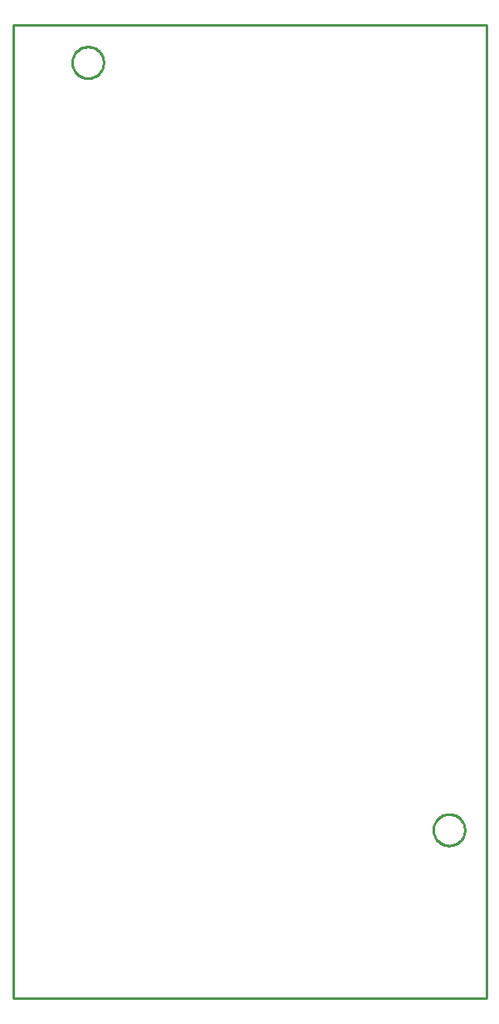
<source format=gko>
G04 EAGLE Gerber RS-274X export*
G75*
%MOMM*%
%FSLAX34Y34*%
%LPD*%
%INBoard Outline*%
%IPPOS*%
%AMOC8*
5,1,8,0,0,1.08239X$1,22.5*%
G01*
%ADD10C,0.000000*%
%ADD11C,0.254000*%


D10*
X0Y0D02*
X482600Y0D01*
X482600Y990600D01*
X0Y990600D01*
X0Y0D01*
X428498Y171450D02*
X428503Y171843D01*
X428517Y172235D01*
X428541Y172627D01*
X428575Y173018D01*
X428618Y173409D01*
X428671Y173798D01*
X428734Y174186D01*
X428805Y174572D01*
X428887Y174956D01*
X428978Y175338D01*
X429078Y175718D01*
X429187Y176095D01*
X429306Y176470D01*
X429433Y176841D01*
X429570Y177209D01*
X429716Y177574D01*
X429871Y177935D01*
X430034Y178292D01*
X430207Y178645D01*
X430387Y178993D01*
X430577Y179337D01*
X430775Y179677D01*
X430981Y180011D01*
X431195Y180340D01*
X431417Y180664D01*
X431647Y180982D01*
X431885Y181295D01*
X432130Y181602D01*
X432383Y181902D01*
X432643Y182196D01*
X432911Y182484D01*
X433185Y182765D01*
X433466Y183039D01*
X433754Y183307D01*
X434048Y183567D01*
X434348Y183820D01*
X434655Y184065D01*
X434968Y184303D01*
X435286Y184533D01*
X435610Y184755D01*
X435939Y184969D01*
X436273Y185175D01*
X436613Y185373D01*
X436957Y185563D01*
X437305Y185743D01*
X437658Y185916D01*
X438015Y186079D01*
X438376Y186234D01*
X438741Y186380D01*
X439109Y186517D01*
X439480Y186644D01*
X439855Y186763D01*
X440232Y186872D01*
X440612Y186972D01*
X440994Y187063D01*
X441378Y187145D01*
X441764Y187216D01*
X442152Y187279D01*
X442541Y187332D01*
X442932Y187375D01*
X443323Y187409D01*
X443715Y187433D01*
X444107Y187447D01*
X444500Y187452D01*
X444893Y187447D01*
X445285Y187433D01*
X445677Y187409D01*
X446068Y187375D01*
X446459Y187332D01*
X446848Y187279D01*
X447236Y187216D01*
X447622Y187145D01*
X448006Y187063D01*
X448388Y186972D01*
X448768Y186872D01*
X449145Y186763D01*
X449520Y186644D01*
X449891Y186517D01*
X450259Y186380D01*
X450624Y186234D01*
X450985Y186079D01*
X451342Y185916D01*
X451695Y185743D01*
X452043Y185563D01*
X452387Y185373D01*
X452727Y185175D01*
X453061Y184969D01*
X453390Y184755D01*
X453714Y184533D01*
X454032Y184303D01*
X454345Y184065D01*
X454652Y183820D01*
X454952Y183567D01*
X455246Y183307D01*
X455534Y183039D01*
X455815Y182765D01*
X456089Y182484D01*
X456357Y182196D01*
X456617Y181902D01*
X456870Y181602D01*
X457115Y181295D01*
X457353Y180982D01*
X457583Y180664D01*
X457805Y180340D01*
X458019Y180011D01*
X458225Y179677D01*
X458423Y179337D01*
X458613Y178993D01*
X458793Y178645D01*
X458966Y178292D01*
X459129Y177935D01*
X459284Y177574D01*
X459430Y177209D01*
X459567Y176841D01*
X459694Y176470D01*
X459813Y176095D01*
X459922Y175718D01*
X460022Y175338D01*
X460113Y174956D01*
X460195Y174572D01*
X460266Y174186D01*
X460329Y173798D01*
X460382Y173409D01*
X460425Y173018D01*
X460459Y172627D01*
X460483Y172235D01*
X460497Y171843D01*
X460502Y171450D01*
X460497Y171057D01*
X460483Y170665D01*
X460459Y170273D01*
X460425Y169882D01*
X460382Y169491D01*
X460329Y169102D01*
X460266Y168714D01*
X460195Y168328D01*
X460113Y167944D01*
X460022Y167562D01*
X459922Y167182D01*
X459813Y166805D01*
X459694Y166430D01*
X459567Y166059D01*
X459430Y165691D01*
X459284Y165326D01*
X459129Y164965D01*
X458966Y164608D01*
X458793Y164255D01*
X458613Y163907D01*
X458423Y163563D01*
X458225Y163223D01*
X458019Y162889D01*
X457805Y162560D01*
X457583Y162236D01*
X457353Y161918D01*
X457115Y161605D01*
X456870Y161298D01*
X456617Y160998D01*
X456357Y160704D01*
X456089Y160416D01*
X455815Y160135D01*
X455534Y159861D01*
X455246Y159593D01*
X454952Y159333D01*
X454652Y159080D01*
X454345Y158835D01*
X454032Y158597D01*
X453714Y158367D01*
X453390Y158145D01*
X453061Y157931D01*
X452727Y157725D01*
X452387Y157527D01*
X452043Y157337D01*
X451695Y157157D01*
X451342Y156984D01*
X450985Y156821D01*
X450624Y156666D01*
X450259Y156520D01*
X449891Y156383D01*
X449520Y156256D01*
X449145Y156137D01*
X448768Y156028D01*
X448388Y155928D01*
X448006Y155837D01*
X447622Y155755D01*
X447236Y155684D01*
X446848Y155621D01*
X446459Y155568D01*
X446068Y155525D01*
X445677Y155491D01*
X445285Y155467D01*
X444893Y155453D01*
X444500Y155448D01*
X444107Y155453D01*
X443715Y155467D01*
X443323Y155491D01*
X442932Y155525D01*
X442541Y155568D01*
X442152Y155621D01*
X441764Y155684D01*
X441378Y155755D01*
X440994Y155837D01*
X440612Y155928D01*
X440232Y156028D01*
X439855Y156137D01*
X439480Y156256D01*
X439109Y156383D01*
X438741Y156520D01*
X438376Y156666D01*
X438015Y156821D01*
X437658Y156984D01*
X437305Y157157D01*
X436957Y157337D01*
X436613Y157527D01*
X436273Y157725D01*
X435939Y157931D01*
X435610Y158145D01*
X435286Y158367D01*
X434968Y158597D01*
X434655Y158835D01*
X434348Y159080D01*
X434048Y159333D01*
X433754Y159593D01*
X433466Y159861D01*
X433185Y160135D01*
X432911Y160416D01*
X432643Y160704D01*
X432383Y160998D01*
X432130Y161298D01*
X431885Y161605D01*
X431647Y161918D01*
X431417Y162236D01*
X431195Y162560D01*
X430981Y162889D01*
X430775Y163223D01*
X430577Y163563D01*
X430387Y163907D01*
X430207Y164255D01*
X430034Y164608D01*
X429871Y164965D01*
X429716Y165326D01*
X429570Y165691D01*
X429433Y166059D01*
X429306Y166430D01*
X429187Y166805D01*
X429078Y167182D01*
X428978Y167562D01*
X428887Y167944D01*
X428805Y168328D01*
X428734Y168714D01*
X428671Y169102D01*
X428618Y169491D01*
X428575Y169882D01*
X428541Y170273D01*
X428517Y170665D01*
X428503Y171057D01*
X428498Y171450D01*
X60198Y952500D02*
X60203Y952893D01*
X60217Y953285D01*
X60241Y953677D01*
X60275Y954068D01*
X60318Y954459D01*
X60371Y954848D01*
X60434Y955236D01*
X60505Y955622D01*
X60587Y956006D01*
X60678Y956388D01*
X60778Y956768D01*
X60887Y957145D01*
X61006Y957520D01*
X61133Y957891D01*
X61270Y958259D01*
X61416Y958624D01*
X61571Y958985D01*
X61734Y959342D01*
X61907Y959695D01*
X62087Y960043D01*
X62277Y960387D01*
X62475Y960727D01*
X62681Y961061D01*
X62895Y961390D01*
X63117Y961714D01*
X63347Y962032D01*
X63585Y962345D01*
X63830Y962652D01*
X64083Y962952D01*
X64343Y963246D01*
X64611Y963534D01*
X64885Y963815D01*
X65166Y964089D01*
X65454Y964357D01*
X65748Y964617D01*
X66048Y964870D01*
X66355Y965115D01*
X66668Y965353D01*
X66986Y965583D01*
X67310Y965805D01*
X67639Y966019D01*
X67973Y966225D01*
X68313Y966423D01*
X68657Y966613D01*
X69005Y966793D01*
X69358Y966966D01*
X69715Y967129D01*
X70076Y967284D01*
X70441Y967430D01*
X70809Y967567D01*
X71180Y967694D01*
X71555Y967813D01*
X71932Y967922D01*
X72312Y968022D01*
X72694Y968113D01*
X73078Y968195D01*
X73464Y968266D01*
X73852Y968329D01*
X74241Y968382D01*
X74632Y968425D01*
X75023Y968459D01*
X75415Y968483D01*
X75807Y968497D01*
X76200Y968502D01*
X76593Y968497D01*
X76985Y968483D01*
X77377Y968459D01*
X77768Y968425D01*
X78159Y968382D01*
X78548Y968329D01*
X78936Y968266D01*
X79322Y968195D01*
X79706Y968113D01*
X80088Y968022D01*
X80468Y967922D01*
X80845Y967813D01*
X81220Y967694D01*
X81591Y967567D01*
X81959Y967430D01*
X82324Y967284D01*
X82685Y967129D01*
X83042Y966966D01*
X83395Y966793D01*
X83743Y966613D01*
X84087Y966423D01*
X84427Y966225D01*
X84761Y966019D01*
X85090Y965805D01*
X85414Y965583D01*
X85732Y965353D01*
X86045Y965115D01*
X86352Y964870D01*
X86652Y964617D01*
X86946Y964357D01*
X87234Y964089D01*
X87515Y963815D01*
X87789Y963534D01*
X88057Y963246D01*
X88317Y962952D01*
X88570Y962652D01*
X88815Y962345D01*
X89053Y962032D01*
X89283Y961714D01*
X89505Y961390D01*
X89719Y961061D01*
X89925Y960727D01*
X90123Y960387D01*
X90313Y960043D01*
X90493Y959695D01*
X90666Y959342D01*
X90829Y958985D01*
X90984Y958624D01*
X91130Y958259D01*
X91267Y957891D01*
X91394Y957520D01*
X91513Y957145D01*
X91622Y956768D01*
X91722Y956388D01*
X91813Y956006D01*
X91895Y955622D01*
X91966Y955236D01*
X92029Y954848D01*
X92082Y954459D01*
X92125Y954068D01*
X92159Y953677D01*
X92183Y953285D01*
X92197Y952893D01*
X92202Y952500D01*
X92197Y952107D01*
X92183Y951715D01*
X92159Y951323D01*
X92125Y950932D01*
X92082Y950541D01*
X92029Y950152D01*
X91966Y949764D01*
X91895Y949378D01*
X91813Y948994D01*
X91722Y948612D01*
X91622Y948232D01*
X91513Y947855D01*
X91394Y947480D01*
X91267Y947109D01*
X91130Y946741D01*
X90984Y946376D01*
X90829Y946015D01*
X90666Y945658D01*
X90493Y945305D01*
X90313Y944957D01*
X90123Y944613D01*
X89925Y944273D01*
X89719Y943939D01*
X89505Y943610D01*
X89283Y943286D01*
X89053Y942968D01*
X88815Y942655D01*
X88570Y942348D01*
X88317Y942048D01*
X88057Y941754D01*
X87789Y941466D01*
X87515Y941185D01*
X87234Y940911D01*
X86946Y940643D01*
X86652Y940383D01*
X86352Y940130D01*
X86045Y939885D01*
X85732Y939647D01*
X85414Y939417D01*
X85090Y939195D01*
X84761Y938981D01*
X84427Y938775D01*
X84087Y938577D01*
X83743Y938387D01*
X83395Y938207D01*
X83042Y938034D01*
X82685Y937871D01*
X82324Y937716D01*
X81959Y937570D01*
X81591Y937433D01*
X81220Y937306D01*
X80845Y937187D01*
X80468Y937078D01*
X80088Y936978D01*
X79706Y936887D01*
X79322Y936805D01*
X78936Y936734D01*
X78548Y936671D01*
X78159Y936618D01*
X77768Y936575D01*
X77377Y936541D01*
X76985Y936517D01*
X76593Y936503D01*
X76200Y936498D01*
X75807Y936503D01*
X75415Y936517D01*
X75023Y936541D01*
X74632Y936575D01*
X74241Y936618D01*
X73852Y936671D01*
X73464Y936734D01*
X73078Y936805D01*
X72694Y936887D01*
X72312Y936978D01*
X71932Y937078D01*
X71555Y937187D01*
X71180Y937306D01*
X70809Y937433D01*
X70441Y937570D01*
X70076Y937716D01*
X69715Y937871D01*
X69358Y938034D01*
X69005Y938207D01*
X68657Y938387D01*
X68313Y938577D01*
X67973Y938775D01*
X67639Y938981D01*
X67310Y939195D01*
X66986Y939417D01*
X66668Y939647D01*
X66355Y939885D01*
X66048Y940130D01*
X65748Y940383D01*
X65454Y940643D01*
X65166Y940911D01*
X64885Y941185D01*
X64611Y941466D01*
X64343Y941754D01*
X64083Y942048D01*
X63830Y942348D01*
X63585Y942655D01*
X63347Y942968D01*
X63117Y943286D01*
X62895Y943610D01*
X62681Y943939D01*
X62475Y944273D01*
X62277Y944613D01*
X62087Y944957D01*
X61907Y945305D01*
X61734Y945658D01*
X61571Y946015D01*
X61416Y946376D01*
X61270Y946741D01*
X61133Y947109D01*
X61006Y947480D01*
X60887Y947855D01*
X60778Y948232D01*
X60678Y948612D01*
X60587Y948994D01*
X60505Y949378D01*
X60434Y949764D01*
X60371Y950152D01*
X60318Y950541D01*
X60275Y950932D01*
X60241Y951323D01*
X60217Y951715D01*
X60203Y952107D01*
X60198Y952500D01*
D11*
X0Y0D02*
X482600Y0D01*
X482600Y990600D01*
X0Y990600D01*
X0Y0D01*
X460502Y170926D02*
X460433Y169881D01*
X460297Y168842D01*
X460092Y167814D01*
X459821Y166802D01*
X459484Y165810D01*
X459083Y164842D01*
X458620Y163903D01*
X458096Y162995D01*
X457514Y162124D01*
X456876Y161293D01*
X456186Y160505D01*
X455445Y159764D01*
X454657Y159074D01*
X453826Y158436D01*
X452955Y157854D01*
X452047Y157330D01*
X451108Y156867D01*
X450140Y156466D01*
X449148Y156129D01*
X448136Y155858D01*
X447108Y155653D01*
X446069Y155517D01*
X445024Y155448D01*
X443976Y155448D01*
X442931Y155517D01*
X441892Y155653D01*
X440864Y155858D01*
X439852Y156129D01*
X438860Y156466D01*
X437892Y156867D01*
X436953Y157330D01*
X436045Y157854D01*
X435174Y158436D01*
X434343Y159074D01*
X433555Y159764D01*
X432814Y160505D01*
X432124Y161293D01*
X431486Y162124D01*
X430904Y162995D01*
X430380Y163903D01*
X429917Y164842D01*
X429516Y165810D01*
X429179Y166802D01*
X428908Y167814D01*
X428703Y168842D01*
X428567Y169881D01*
X428498Y170926D01*
X428498Y171974D01*
X428567Y173019D01*
X428703Y174058D01*
X428908Y175086D01*
X429179Y176098D01*
X429516Y177090D01*
X429917Y178058D01*
X430380Y178997D01*
X430904Y179905D01*
X431486Y180776D01*
X432124Y181607D01*
X432814Y182395D01*
X433555Y183136D01*
X434343Y183826D01*
X435174Y184464D01*
X436045Y185046D01*
X436953Y185570D01*
X437892Y186033D01*
X438860Y186434D01*
X439852Y186771D01*
X440864Y187042D01*
X441892Y187247D01*
X442931Y187383D01*
X443976Y187452D01*
X445024Y187452D01*
X446069Y187383D01*
X447108Y187247D01*
X448136Y187042D01*
X449148Y186771D01*
X450140Y186434D01*
X451108Y186033D01*
X452047Y185570D01*
X452955Y185046D01*
X453826Y184464D01*
X454657Y183826D01*
X455445Y183136D01*
X456186Y182395D01*
X456876Y181607D01*
X457514Y180776D01*
X458096Y179905D01*
X458620Y178997D01*
X459083Y178058D01*
X459484Y177090D01*
X459821Y176098D01*
X460092Y175086D01*
X460297Y174058D01*
X460433Y173019D01*
X460502Y171974D01*
X460502Y170926D01*
X92202Y951976D02*
X92133Y950931D01*
X91997Y949892D01*
X91792Y948864D01*
X91521Y947852D01*
X91184Y946860D01*
X90783Y945892D01*
X90320Y944953D01*
X89796Y944045D01*
X89214Y943174D01*
X88576Y942343D01*
X87886Y941555D01*
X87145Y940814D01*
X86357Y940124D01*
X85526Y939486D01*
X84655Y938904D01*
X83747Y938380D01*
X82808Y937917D01*
X81840Y937516D01*
X80848Y937179D01*
X79836Y936908D01*
X78808Y936703D01*
X77769Y936567D01*
X76724Y936498D01*
X75676Y936498D01*
X74631Y936567D01*
X73592Y936703D01*
X72564Y936908D01*
X71552Y937179D01*
X70560Y937516D01*
X69592Y937917D01*
X68653Y938380D01*
X67745Y938904D01*
X66874Y939486D01*
X66043Y940124D01*
X65255Y940814D01*
X64514Y941555D01*
X63824Y942343D01*
X63186Y943174D01*
X62604Y944045D01*
X62080Y944953D01*
X61617Y945892D01*
X61216Y946860D01*
X60879Y947852D01*
X60608Y948864D01*
X60403Y949892D01*
X60267Y950931D01*
X60198Y951976D01*
X60198Y953024D01*
X60267Y954069D01*
X60403Y955108D01*
X60608Y956136D01*
X60879Y957148D01*
X61216Y958140D01*
X61617Y959108D01*
X62080Y960047D01*
X62604Y960955D01*
X63186Y961826D01*
X63824Y962657D01*
X64514Y963445D01*
X65255Y964186D01*
X66043Y964876D01*
X66874Y965514D01*
X67745Y966096D01*
X68653Y966620D01*
X69592Y967083D01*
X70560Y967484D01*
X71552Y967821D01*
X72564Y968092D01*
X73592Y968297D01*
X74631Y968433D01*
X75676Y968502D01*
X76724Y968502D01*
X77769Y968433D01*
X78808Y968297D01*
X79836Y968092D01*
X80848Y967821D01*
X81840Y967484D01*
X82808Y967083D01*
X83747Y966620D01*
X84655Y966096D01*
X85526Y965514D01*
X86357Y964876D01*
X87145Y964186D01*
X87886Y963445D01*
X88576Y962657D01*
X89214Y961826D01*
X89796Y960955D01*
X90320Y960047D01*
X90783Y959108D01*
X91184Y958140D01*
X91521Y957148D01*
X91792Y956136D01*
X91997Y955108D01*
X92133Y954069D01*
X92202Y953024D01*
X92202Y951976D01*
M02*

</source>
